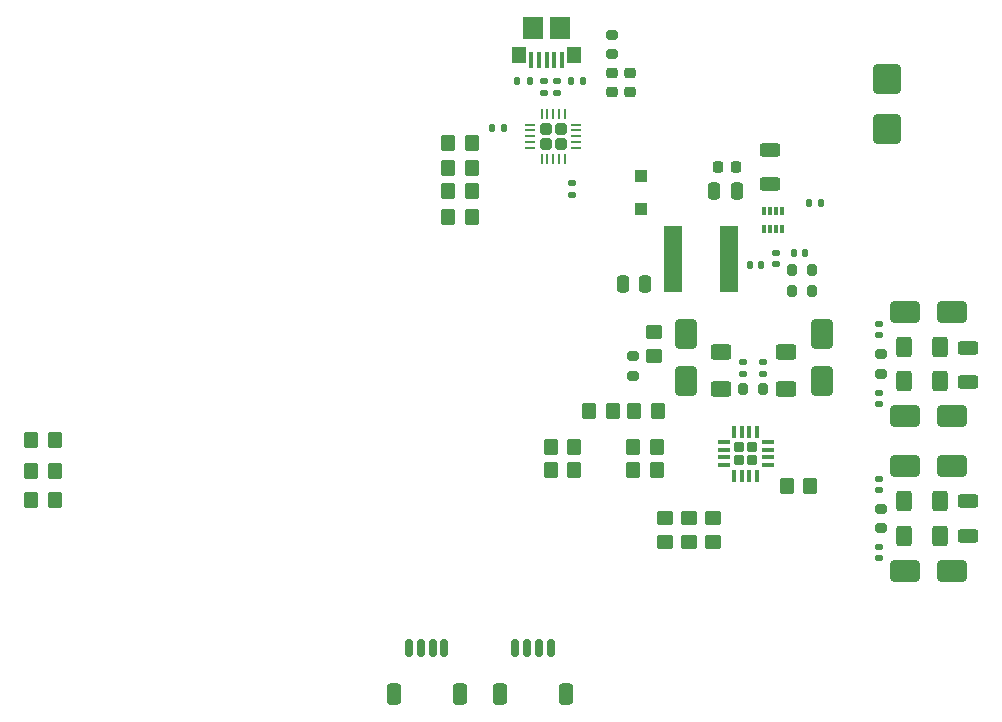
<source format=gbr>
%TF.GenerationSoftware,KiCad,Pcbnew,7.0.8*%
%TF.CreationDate,2024-03-31T13:52:49+01:00*%
%TF.ProjectId,cryoskills_sensor_kit,6372796f-736b-4696-9c6c-735f73656e73,rev?*%
%TF.SameCoordinates,Original*%
%TF.FileFunction,Paste,Top*%
%TF.FilePolarity,Positive*%
%FSLAX46Y46*%
G04 Gerber Fmt 4.6, Leading zero omitted, Abs format (unit mm)*
G04 Created by KiCad (PCBNEW 7.0.8) date 2024-03-31 13:52:49*
%MOMM*%
%LPD*%
G01*
G04 APERTURE LIST*
G04 Aperture macros list*
%AMRoundRect*
0 Rectangle with rounded corners*
0 $1 Rounding radius*
0 $2 $3 $4 $5 $6 $7 $8 $9 X,Y pos of 4 corners*
0 Add a 4 corners polygon primitive as box body*
4,1,4,$2,$3,$4,$5,$6,$7,$8,$9,$2,$3,0*
0 Add four circle primitives for the rounded corners*
1,1,$1+$1,$2,$3*
1,1,$1+$1,$4,$5*
1,1,$1+$1,$6,$7*
1,1,$1+$1,$8,$9*
0 Add four rect primitives between the rounded corners*
20,1,$1+$1,$2,$3,$4,$5,0*
20,1,$1+$1,$4,$5,$6,$7,0*
20,1,$1+$1,$6,$7,$8,$9,0*
20,1,$1+$1,$8,$9,$2,$3,0*%
G04 Aperture macros list end*
%ADD10RoundRect,0.200000X0.275000X-0.200000X0.275000X0.200000X-0.275000X0.200000X-0.275000X-0.200000X0*%
%ADD11RoundRect,0.225000X0.250000X-0.225000X0.250000X0.225000X-0.250000X0.225000X-0.250000X-0.225000X0*%
%ADD12R,0.300000X0.670000*%
%ADD13RoundRect,0.140000X0.140000X0.170000X-0.140000X0.170000X-0.140000X-0.170000X0.140000X-0.170000X0*%
%ADD14RoundRect,0.135000X-0.135000X-0.185000X0.135000X-0.185000X0.135000X0.185000X-0.135000X0.185000X0*%
%ADD15RoundRect,0.250000X-0.900000X1.000000X-0.900000X-1.000000X0.900000X-1.000000X0.900000X1.000000X0*%
%ADD16RoundRect,0.250000X0.400000X0.625000X-0.400000X0.625000X-0.400000X-0.625000X0.400000X-0.625000X0*%
%ADD17RoundRect,0.250000X0.625000X-0.312500X0.625000X0.312500X-0.625000X0.312500X-0.625000X-0.312500X0*%
%ADD18RoundRect,0.250000X0.350000X0.450000X-0.350000X0.450000X-0.350000X-0.450000X0.350000X-0.450000X0*%
%ADD19RoundRect,0.250000X-0.350000X-0.450000X0.350000X-0.450000X0.350000X0.450000X-0.350000X0.450000X0*%
%ADD20R,1.600000X5.700000*%
%ADD21RoundRect,0.250000X-1.000000X-0.650000X1.000000X-0.650000X1.000000X0.650000X-1.000000X0.650000X0*%
%ADD22RoundRect,0.200000X0.200000X0.275000X-0.200000X0.275000X-0.200000X-0.275000X0.200000X-0.275000X0*%
%ADD23RoundRect,0.250000X0.450000X-0.350000X0.450000X0.350000X-0.450000X0.350000X-0.450000X-0.350000X0*%
%ADD24RoundRect,0.135000X-0.185000X0.135000X-0.185000X-0.135000X0.185000X-0.135000X0.185000X0.135000X0*%
%ADD25RoundRect,0.250000X0.250000X0.475000X-0.250000X0.475000X-0.250000X-0.475000X0.250000X-0.475000X0*%
%ADD26RoundRect,0.250000X0.300000X-0.300000X0.300000X0.300000X-0.300000X0.300000X-0.300000X-0.300000X0*%
%ADD27RoundRect,0.218750X-0.256250X0.218750X-0.256250X-0.218750X0.256250X-0.218750X0.256250X0.218750X0*%
%ADD28RoundRect,0.087500X-0.425000X0.087500X-0.425000X-0.087500X0.425000X-0.087500X0.425000X0.087500X0*%
%ADD29RoundRect,0.087500X-0.087500X0.425000X-0.087500X-0.425000X0.087500X-0.425000X0.087500X0.425000X0*%
%ADD30RoundRect,0.212500X-0.212500X0.212500X-0.212500X-0.212500X0.212500X-0.212500X0.212500X0.212500X0*%
%ADD31RoundRect,0.250000X-0.450000X0.350000X-0.450000X-0.350000X0.450000X-0.350000X0.450000X0.350000X0*%
%ADD32RoundRect,0.250000X-0.350000X-0.650000X0.350000X-0.650000X0.350000X0.650000X-0.350000X0.650000X0*%
%ADD33RoundRect,0.150000X-0.150000X-0.625000X0.150000X-0.625000X0.150000X0.625000X-0.150000X0.625000X0*%
%ADD34RoundRect,0.140000X-0.170000X0.140000X-0.170000X-0.140000X0.170000X-0.140000X0.170000X0.140000X0*%
%ADD35RoundRect,0.250000X-0.625000X0.400000X-0.625000X-0.400000X0.625000X-0.400000X0.625000X0.400000X0*%
%ADD36RoundRect,0.062500X0.062500X0.350000X-0.062500X0.350000X-0.062500X-0.350000X0.062500X-0.350000X0*%
%ADD37RoundRect,0.062500X0.350000X0.062500X-0.350000X0.062500X-0.350000X-0.062500X0.350000X-0.062500X0*%
%ADD38RoundRect,0.250000X0.255000X0.255000X-0.255000X0.255000X-0.255000X-0.255000X0.255000X-0.255000X0*%
%ADD39RoundRect,0.135000X0.135000X0.185000X-0.135000X0.185000X-0.135000X-0.185000X0.135000X-0.185000X0*%
%ADD40R,1.150000X1.450000*%
%ADD41R,1.750000X1.900000*%
%ADD42R,0.400000X1.400000*%
%ADD43RoundRect,0.135000X0.185000X-0.135000X0.185000X0.135000X-0.185000X0.135000X-0.185000X-0.135000X0*%
%ADD44RoundRect,0.250000X0.650000X-1.000000X0.650000X1.000000X-0.650000X1.000000X-0.650000X-1.000000X0*%
%ADD45RoundRect,0.200000X-0.200000X-0.275000X0.200000X-0.275000X0.200000X0.275000X-0.200000X0.275000X0*%
%ADD46RoundRect,0.140000X0.170000X-0.140000X0.170000X0.140000X-0.170000X0.140000X-0.170000X-0.140000X0*%
%ADD47RoundRect,0.225000X0.225000X0.250000X-0.225000X0.250000X-0.225000X-0.250000X0.225000X-0.250000X0*%
G04 APERTURE END LIST*
D10*
%TO.C,C2*%
X137500000Y-81095000D03*
X137500000Y-82745000D03*
%TD*%
D11*
%TO.C,C16*%
X116250000Y-57300000D03*
X116250000Y-58850000D03*
%TD*%
D12*
%TO.C,U3*%
X129080000Y-70480000D03*
X128580000Y-70480000D03*
X128080000Y-70480000D03*
X127580000Y-70480000D03*
X127580000Y-69000000D03*
X128080000Y-69000000D03*
X128580000Y-69000000D03*
X129080000Y-69000000D03*
%TD*%
D13*
%TO.C,C9*%
X130080000Y-72500001D03*
X131040000Y-72500001D03*
%TD*%
D14*
%TO.C,C12*%
X107712220Y-57972501D03*
X106692220Y-57972501D03*
%TD*%
D15*
%TO.C,D1*%
X138000000Y-62050000D03*
X138000000Y-57750000D03*
%TD*%
D16*
%TO.C,R13*%
X139400000Y-93537500D03*
X142500000Y-93537500D03*
%TD*%
D10*
%TO.C,C14*%
X114702221Y-54049997D03*
X114702221Y-55699997D03*
%TD*%
D16*
%TO.C,R14*%
X139400000Y-96462500D03*
X142500000Y-96462500D03*
%TD*%
D17*
%TO.C,R2*%
X144817500Y-93537500D03*
X144817500Y-96462500D03*
%TD*%
D18*
%TO.C,R19*%
X116600000Y-85900000D03*
X118600000Y-85900000D03*
%TD*%
%TO.C,R33*%
X100832220Y-65338311D03*
X102832220Y-65338311D03*
%TD*%
D16*
%TO.C,R11*%
X139400000Y-80457500D03*
X142500000Y-80457500D03*
%TD*%
D19*
%TO.C,R7*%
X67500000Y-93430000D03*
X65500000Y-93430000D03*
%TD*%
D17*
%TO.C,R1*%
X144817500Y-80537500D03*
X144817500Y-83462500D03*
%TD*%
D20*
%TO.C,L1*%
X119880000Y-72995000D03*
X124580000Y-72995000D03*
%TD*%
D21*
%TO.C,D6*%
X143500000Y-90580000D03*
X139500000Y-90580000D03*
%TD*%
D22*
%TO.C,R29*%
X129950000Y-74000000D03*
X131600000Y-74000000D03*
%TD*%
D23*
%TO.C,R22*%
X119216251Y-95000000D03*
X119216251Y-97000000D03*
%TD*%
D24*
%TO.C,R35*%
X108964222Y-58992501D03*
X108964222Y-57972501D03*
%TD*%
D25*
%TO.C,C5*%
X123350000Y-67250000D03*
X125250000Y-67250000D03*
%TD*%
D19*
%TO.C,R5*%
X111500000Y-90900000D03*
X109500000Y-90900000D03*
%TD*%
D26*
%TO.C,D8*%
X117117351Y-65979812D03*
X117117351Y-68779812D03*
%TD*%
D27*
%TO.C,FB1*%
X114702221Y-58850000D03*
X114702221Y-57275000D03*
%TD*%
D28*
%TO.C,U2*%
X127862500Y-88525000D03*
X127862500Y-89175000D03*
X127862500Y-89825000D03*
X127862500Y-90475000D03*
D29*
X126975000Y-91362500D03*
X126325000Y-91362500D03*
X125675000Y-91362500D03*
X125025000Y-91362500D03*
D28*
X124137500Y-90475000D03*
X124137500Y-89825000D03*
X124137500Y-89175000D03*
X124137500Y-88525000D03*
D29*
X125025000Y-87637500D03*
X125675000Y-87637500D03*
X126325000Y-87637500D03*
X126975000Y-87637500D03*
D30*
X125475000Y-90025000D03*
X126525000Y-90025000D03*
X125475000Y-88975000D03*
X126525000Y-88975000D03*
%TD*%
D18*
%TO.C,R32*%
X100832220Y-67254156D03*
X102832220Y-67254156D03*
%TD*%
D31*
%TO.C,R15*%
X118250000Y-81250000D03*
X118250000Y-79250000D03*
%TD*%
D23*
%TO.C,R18*%
X121216251Y-95000000D03*
X121216251Y-97000000D03*
%TD*%
D16*
%TO.C,R12*%
X139400000Y-83382500D03*
X142500000Y-83382500D03*
%TD*%
D18*
%TO.C,R17*%
X116500000Y-90900000D03*
X118500000Y-90900000D03*
%TD*%
D32*
%TO.C,J9*%
X110800000Y-109875000D03*
X105200000Y-109875000D03*
D33*
X109500000Y-106000000D03*
X108500000Y-106000000D03*
X107500000Y-106000000D03*
X106500000Y-106000000D03*
%TD*%
D32*
%TO.C,J10*%
X101800000Y-109875000D03*
X96200000Y-109875000D03*
D33*
X100500000Y-106000000D03*
X99500000Y-106000000D03*
X98500000Y-106000000D03*
X97500000Y-106000000D03*
%TD*%
D10*
%TO.C,C4*%
X116500000Y-81250000D03*
X116500000Y-82900000D03*
%TD*%
D14*
%TO.C,R28*%
X132415000Y-68250000D03*
X131395000Y-68250000D03*
%TD*%
D23*
%TO.C,R16*%
X123216251Y-95000000D03*
X123216251Y-97000000D03*
%TD*%
D34*
%TO.C,C17*%
X125825000Y-82750000D03*
X125825000Y-81790000D03*
%TD*%
D18*
%TO.C,R23*%
X129500000Y-92250000D03*
X131500000Y-92250000D03*
%TD*%
D35*
%TO.C,R9*%
X123900000Y-83999999D03*
X123900000Y-80899999D03*
%TD*%
D18*
%TO.C,R21*%
X116500000Y-88925000D03*
X118500000Y-88925000D03*
%TD*%
D35*
%TO.C,R10*%
X129400000Y-84000000D03*
X129400000Y-80900000D03*
%TD*%
D36*
%TO.C,U4*%
X110732222Y-64587501D03*
X110232222Y-64587501D03*
X109732222Y-64587501D03*
X109232222Y-64587501D03*
X108732222Y-64587501D03*
D37*
X107794722Y-63650001D03*
X107794722Y-63150001D03*
X107794722Y-62650001D03*
X107794722Y-62150001D03*
X107794722Y-61650001D03*
D36*
X108732222Y-60712501D03*
X109232222Y-60712501D03*
X109732222Y-60712501D03*
X110232222Y-60712501D03*
X110732222Y-60712501D03*
D37*
X111669722Y-61650001D03*
X111669722Y-62150001D03*
X111669722Y-62650001D03*
X111669722Y-63150001D03*
X111669722Y-63650001D03*
D38*
X109107222Y-62025001D03*
X109107222Y-63275001D03*
X110357222Y-62025001D03*
X110357222Y-63275001D03*
%TD*%
D19*
%TO.C,R8*%
X67500000Y-90950000D03*
X65500000Y-90950000D03*
%TD*%
D18*
%TO.C,R34*%
X100832220Y-69500000D03*
X102832220Y-69500000D03*
%TD*%
D19*
%TO.C,R6*%
X67500000Y-88350000D03*
X65500000Y-88350000D03*
%TD*%
D18*
%TO.C,R31*%
X100832220Y-63250000D03*
X102832220Y-63250000D03*
%TD*%
D10*
%TO.C,C3*%
X137500000Y-94175000D03*
X137500000Y-95825000D03*
%TD*%
D39*
%TO.C,C11*%
X111202220Y-57962501D03*
X112222220Y-57962501D03*
%TD*%
D34*
%TO.C,C19*%
X137335000Y-79500000D03*
X137335000Y-78540000D03*
%TD*%
D22*
%TO.C,C1*%
X125825000Y-84000000D03*
X127475000Y-84000000D03*
%TD*%
D40*
%TO.C,J13*%
X106837220Y-55730000D03*
D41*
X108032220Y-53500000D03*
X110282220Y-53500000D03*
D40*
X111477220Y-55730000D03*
D42*
X107857220Y-56150000D03*
X108507220Y-56150000D03*
X109157220Y-56150000D03*
X109807220Y-56150000D03*
X110457220Y-56150000D03*
%TD*%
D34*
%TO.C,C21*%
X137335000Y-92600000D03*
X137335000Y-91640000D03*
%TD*%
D43*
%TO.C,C13*%
X111332220Y-66600000D03*
X111332220Y-67620000D03*
%TD*%
D21*
%TO.C,D5*%
X143500000Y-86340000D03*
X139500000Y-86340000D03*
%TD*%
D19*
%TO.C,R4*%
X111500000Y-88925000D03*
X109500000Y-88925000D03*
%TD*%
D44*
%TO.C,D2*%
X121000000Y-79400000D03*
X121000000Y-83400000D03*
%TD*%
D14*
%TO.C,C15*%
X105530001Y-61957002D03*
X104510001Y-61957002D03*
%TD*%
D21*
%TO.C,D4*%
X143500000Y-77500000D03*
X139500000Y-77500000D03*
%TD*%
D24*
%TO.C,R36*%
X110000221Y-58982499D03*
X110000221Y-57962499D03*
%TD*%
D17*
%TO.C,R3*%
X128080000Y-63787500D03*
X128080000Y-66712500D03*
%TD*%
D25*
%TO.C,C10*%
X115600001Y-75120000D03*
X117500001Y-75120000D03*
%TD*%
D18*
%TO.C,R20*%
X112774999Y-85900000D03*
X114774999Y-85900000D03*
%TD*%
D13*
%TO.C,C8*%
X126369999Y-73500002D03*
X127329999Y-73500002D03*
%TD*%
D34*
%TO.C,C18*%
X127475000Y-82750000D03*
X127475000Y-81790000D03*
%TD*%
D21*
%TO.C,D7*%
X143500000Y-99420000D03*
X139500000Y-99420000D03*
%TD*%
D45*
%TO.C,R30*%
X131600000Y-75750001D03*
X129950000Y-75750001D03*
%TD*%
D46*
%TO.C,C20*%
X137335000Y-84350000D03*
X137335000Y-85310000D03*
%TD*%
%TO.C,C22*%
X137335000Y-97400000D03*
X137335000Y-98360000D03*
%TD*%
D47*
%TO.C,C6*%
X123650000Y-65250000D03*
X125200000Y-65250000D03*
%TD*%
D44*
%TO.C,D3*%
X132500000Y-79400000D03*
X132500000Y-83400000D03*
%TD*%
D34*
%TO.C,C7*%
X128579997Y-73460002D03*
X128579997Y-72500002D03*
%TD*%
M02*

</source>
